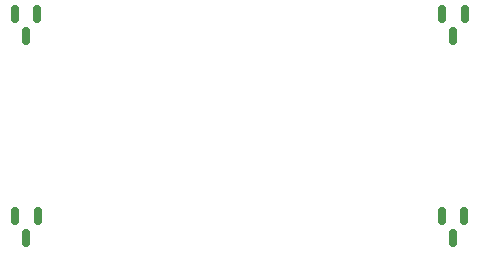
<source format=gbr>
%TF.GenerationSoftware,KiCad,Pcbnew,7.0.7*%
%TF.CreationDate,2023-09-04T22:47:59+10:00*%
%TF.ProjectId,art,6172742e-6b69-4636-9164-5f7063625858,rev?*%
%TF.SameCoordinates,Original*%
%TF.FileFunction,Paste,Bot*%
%TF.FilePolarity,Positive*%
%FSLAX46Y46*%
G04 Gerber Fmt 4.6, Leading zero omitted, Abs format (unit mm)*
G04 Created by KiCad (PCBNEW 7.0.7) date 2023-09-04 22:47:59*
%MOMM*%
%LPD*%
G01*
G04 APERTURE LIST*
G04 Aperture macros list*
%AMRoundRect*
0 Rectangle with rounded corners*
0 $1 Rounding radius*
0 $2 $3 $4 $5 $6 $7 $8 $9 X,Y pos of 4 corners*
0 Add a 4 corners polygon primitive as box body*
4,1,4,$2,$3,$4,$5,$6,$7,$8,$9,$2,$3,0*
0 Add four circle primitives for the rounded corners*
1,1,$1+$1,$2,$3*
1,1,$1+$1,$4,$5*
1,1,$1+$1,$6,$7*
1,1,$1+$1,$8,$9*
0 Add four rect primitives between the rounded corners*
20,1,$1+$1,$2,$3,$4,$5,0*
20,1,$1+$1,$4,$5,$6,$7,0*
20,1,$1+$1,$6,$7,$8,$9,0*
20,1,$1+$1,$8,$9,$2,$3,0*%
G04 Aperture macros list end*
%ADD10RoundRect,0.150000X-0.150000X0.587500X-0.150000X-0.587500X0.150000X-0.587500X0.150000X0.587500X0*%
G04 APERTURE END LIST*
D10*
%TO.C,D3*%
X45576132Y-57745264D03*
X47476132Y-57745264D03*
X46526132Y-59620264D03*
%TD*%
%TO.C,D4*%
X81706572Y-57745264D03*
X83606572Y-57745264D03*
X82656572Y-59620264D03*
%TD*%
%TO.C,D2*%
X81723954Y-40659926D03*
X83623954Y-40659926D03*
X82673954Y-42534926D03*
%TD*%
%TO.C,D1*%
X45558750Y-40659926D03*
X47458750Y-40659926D03*
X46508750Y-42534926D03*
%TD*%
M02*

</source>
